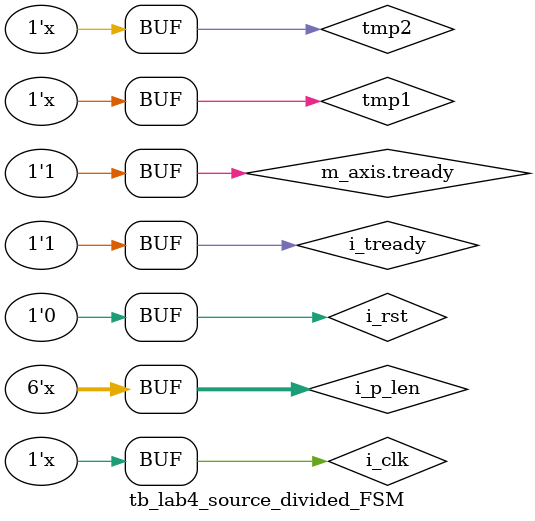
<source format=sv>
`timescale 1ns / 1ps

//interface if_axis #(parameter int N = 1) ();
//	localparam W = 8 * N; // TDATA bit width (N - number of bytes)
	
//	logic         tready;
//	logic         tvalid;
//	logic         tlast ;
//	logic [W-1:0] tdata ;
	
//	modport m (input tready, output tvalid, tlast, tdata);
//	modport s (output tready, input tvalid, tlast, tdata);
	
//endinterface : if_axis

module tb_lab4_source_divided_FSM #(
    parameter T_CLK = 1.0 // ns
)
(
    
);

    if_axis #(.N(1)) m_axis ();
    
    logic i_clk='0;logic i_rst='0;logic i_tready='1; logic tmp1='1;logic tmp2='0; reg [5:0] i_p_len=12;
    //if_axis m_axis();
    
    lab4_source_divided_FSM u_src(
        .i_rst(i_rst),
        .i_clk(i_clk),
        .i_p_len(i_p_len),
        //.i_p_len(i_p_len),
        
        .m_axis(m_axis)
    );
    
    always #(T_CLK/2) i_clk = ~i_clk;
    
    always #(T_CLK*1.9e1) tmp1 = ~tmp1;
    always #(T_CLK*2.7e1) tmp2 = ~tmp2;
    assign m_axis.tready = '1;//tmp2 & tmp1;
    
    always #(T_CLK*200) i_p_len = i_p_len+1;
    
    initial begin
    #47 m_axis.tready='1;
    #10 i_rst='1;
    #16 i_rst='0;
    end
    //always #(T_CLK*10e4) i_snd = ~i_snd;
    
endmodule

</source>
